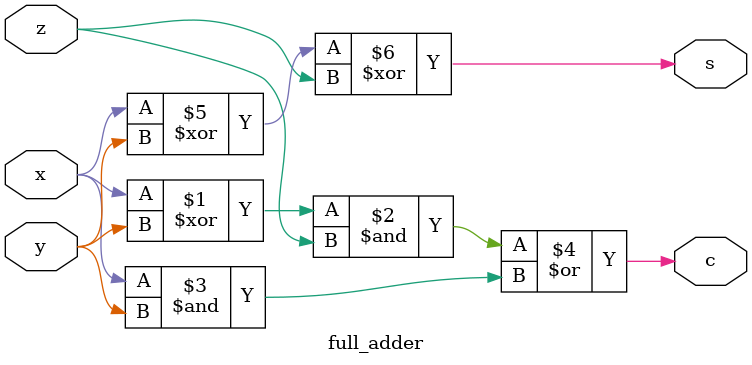
<source format=v>
`timescale 1ns / 1ps
module full_adder(
    input x,
    input y,
    input z,
    output s,
    output c
    );
    
    assign c = ((x^y)&z )|(x&y);
    assign s = x^y^z;
    
endmodule

</source>
